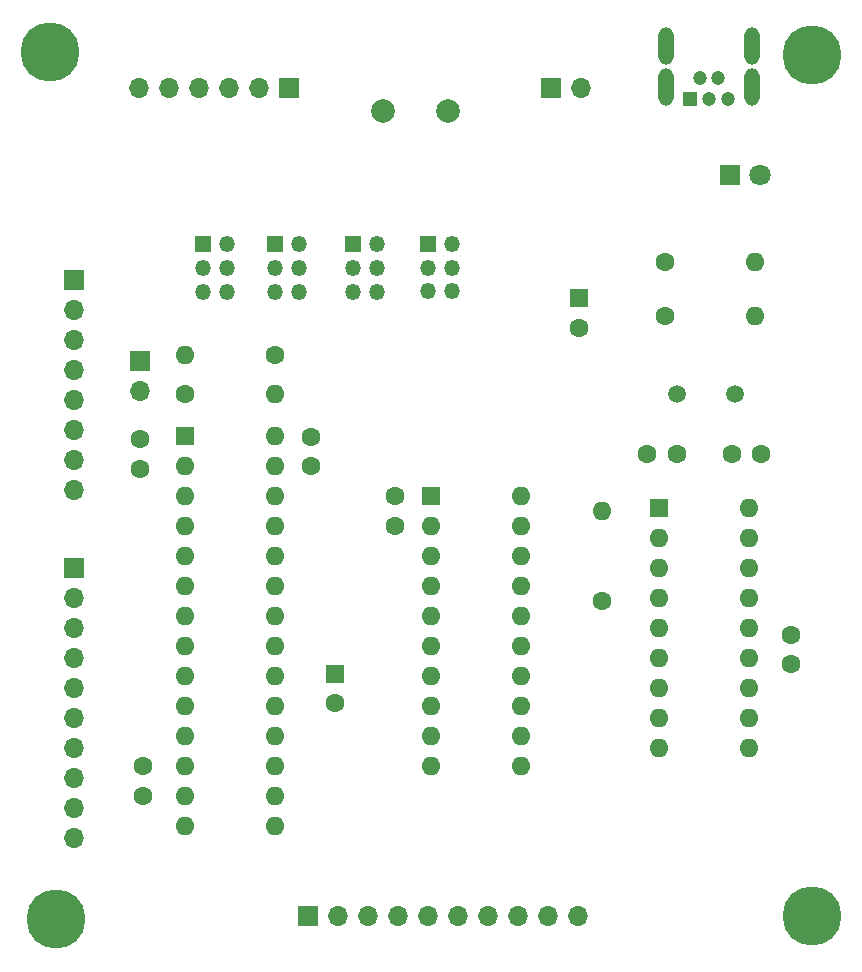
<source format=gbr>
%TF.GenerationSoftware,KiCad,Pcbnew,8.0.2*%
%TF.CreationDate,2024-05-01T23:32:11+01:00*%
%TF.ProjectId,PIC_QuickDevBoard,5049435f-5175-4696-936b-446576426f61,2.2*%
%TF.SameCoordinates,Original*%
%TF.FileFunction,Soldermask,Bot*%
%TF.FilePolarity,Negative*%
%FSLAX46Y46*%
G04 Gerber Fmt 4.6, Leading zero omitted, Abs format (unit mm)*
G04 Created by KiCad (PCBNEW 8.0.2) date 2024-05-01 23:32:11*
%MOMM*%
%LPD*%
G01*
G04 APERTURE LIST*
%ADD10C,2.000000*%
%ADD11R,1.350000X1.350000*%
%ADD12O,1.350000X1.350000*%
%ADD13C,1.600000*%
%ADD14O,1.600000X1.600000*%
%ADD15R,1.600000X1.600000*%
%ADD16C,5.000000*%
%ADD17R,1.700000X1.700000*%
%ADD18O,1.700000X1.700000*%
%ADD19R,1.800000X1.800000*%
%ADD20C,1.800000*%
%ADD21C,1.200000*%
%ADD22R,1.200000X1.200000*%
%ADD23O,1.300000X3.200000*%
%ADD24C,1.500000*%
G04 APERTURE END LIST*
D10*
%TO.C,SW1*%
X94250000Y-41000000D03*
X99750000Y-41000000D03*
%TD*%
D11*
%TO.C,J7*%
X79026000Y-52324000D03*
D12*
X81026000Y-52324000D03*
X79026000Y-54324000D03*
X81026000Y-54324000D03*
X79026000Y-56324000D03*
X81026000Y-56324000D03*
%TD*%
D13*
%TO.C,R4*%
X118110000Y-58420000D03*
D14*
X125730000Y-58420000D03*
%TD*%
D11*
%TO.C,J10*%
X98050000Y-52300000D03*
D12*
X100050000Y-52300000D03*
X98050000Y-54300000D03*
X100050000Y-54300000D03*
X98050000Y-56300000D03*
X100050000Y-56300000D03*
%TD*%
D15*
%TO.C,U1*%
X77470000Y-68580000D03*
D14*
X77470000Y-71120000D03*
X77470000Y-73660000D03*
X77470000Y-76200000D03*
X77470000Y-78740000D03*
X77470000Y-81280000D03*
X77470000Y-83820000D03*
X77470000Y-86360000D03*
X77470000Y-88900000D03*
X77470000Y-91440000D03*
X77470000Y-93980000D03*
X77470000Y-96520000D03*
X77470000Y-99060000D03*
X77470000Y-101600000D03*
X85090000Y-101600000D03*
X85090000Y-99060000D03*
X85090000Y-96520000D03*
X85090000Y-93980000D03*
X85090000Y-91440000D03*
X85090000Y-88900000D03*
X85090000Y-86360000D03*
X85090000Y-83820000D03*
X85090000Y-81280000D03*
X85090000Y-78740000D03*
X85090000Y-76200000D03*
X85090000Y-73660000D03*
X85090000Y-71120000D03*
X85090000Y-68580000D03*
%TD*%
D13*
%TO.C,C8*%
X95250000Y-73660000D03*
X95250000Y-76160000D03*
%TD*%
D16*
%TO.C,H4*%
X130556000Y-109220000D03*
%TD*%
D13*
%TO.C,C1*%
X73660000Y-68834000D03*
X73660000Y-71334000D03*
%TD*%
D17*
%TO.C,J4*%
X108458000Y-39116000D03*
D18*
X110998000Y-39116000D03*
%TD*%
D15*
%TO.C,U4*%
X98298000Y-73660000D03*
D14*
X98298000Y-76200000D03*
X98298000Y-78740000D03*
X98298000Y-81280000D03*
X98298000Y-83820000D03*
X98298000Y-86360000D03*
X98298000Y-88900000D03*
X98298000Y-91440000D03*
X98298000Y-93980000D03*
X98298000Y-96520000D03*
X105918000Y-96520000D03*
X105918000Y-93980000D03*
X105918000Y-91440000D03*
X105918000Y-88900000D03*
X105918000Y-86360000D03*
X105918000Y-83820000D03*
X105918000Y-81280000D03*
X105918000Y-78740000D03*
X105918000Y-76200000D03*
X105918000Y-73660000D03*
%TD*%
D13*
%TO.C,C6*%
X123738000Y-70104000D03*
X126238000Y-70104000D03*
%TD*%
%TO.C,C2*%
X88138000Y-68620000D03*
X88138000Y-71120000D03*
%TD*%
D11*
%TO.C,J9*%
X91694000Y-52324000D03*
D12*
X93694000Y-52324000D03*
X91694000Y-54324000D03*
X93694000Y-54324000D03*
X91694000Y-56324000D03*
X93694000Y-56324000D03*
%TD*%
D13*
%TO.C,C9*%
X128778000Y-85384000D03*
X128778000Y-87884000D03*
%TD*%
%TO.C,R1*%
X77470000Y-65024000D03*
D14*
X85090000Y-65024000D03*
%TD*%
D15*
%TO.C,C4*%
X90170000Y-88687144D03*
D13*
X90170000Y-91187144D03*
%TD*%
%TO.C,R2*%
X85090000Y-61722000D03*
D14*
X77470000Y-61722000D03*
%TD*%
D13*
%TO.C,C5*%
X116586000Y-70104000D03*
X119086000Y-70104000D03*
%TD*%
D19*
%TO.C,D1*%
X123566000Y-46482000D03*
D20*
X126106000Y-46482000D03*
%TD*%
D17*
%TO.C,J2*%
X68072000Y-79756000D03*
D18*
X68072000Y-82296000D03*
X68072000Y-84836000D03*
X68072000Y-87376000D03*
X68072000Y-89916000D03*
X68072000Y-92456000D03*
X68072000Y-94996000D03*
X68072000Y-97536000D03*
X68072000Y-100076000D03*
X68072000Y-102616000D03*
%TD*%
D17*
%TO.C,J5*%
X86250000Y-39100000D03*
D18*
X83710000Y-39100000D03*
X81170000Y-39100000D03*
X78630000Y-39100000D03*
X76090000Y-39100000D03*
X73550000Y-39100000D03*
%TD*%
D17*
%TO.C,J1*%
X68072000Y-55372000D03*
D18*
X68072000Y-57912000D03*
X68072000Y-60452000D03*
X68072000Y-62992000D03*
X68072000Y-65532000D03*
X68072000Y-68072000D03*
X68072000Y-70612000D03*
X68072000Y-73152000D03*
%TD*%
D16*
%TO.C,H3*%
X66548000Y-109474000D03*
%TD*%
%TO.C,H1*%
X66040000Y-36068000D03*
%TD*%
D17*
%TO.C,J3*%
X87884000Y-109220000D03*
D18*
X90424000Y-109220000D03*
X92964000Y-109220000D03*
X95504000Y-109220000D03*
X98044000Y-109220000D03*
X100584000Y-109220000D03*
X103124000Y-109220000D03*
X105664000Y-109220000D03*
X108204000Y-109220000D03*
X110744000Y-109220000D03*
%TD*%
D17*
%TO.C,JP1*%
X73660000Y-62230000D03*
D18*
X73660000Y-64770000D03*
%TD*%
D11*
%TO.C,J8*%
X85122000Y-52324000D03*
D12*
X87122000Y-52324000D03*
X85122000Y-54324000D03*
X87122000Y-54324000D03*
X85122000Y-56324000D03*
X87122000Y-56324000D03*
%TD*%
D21*
%TO.C,J6*%
X123426000Y-40012000D03*
X122626000Y-38262000D03*
X121826000Y-40012000D03*
X121026000Y-38262000D03*
D22*
X120226000Y-40012000D03*
D23*
X118226000Y-35512000D03*
X118226000Y-39012000D03*
X125476000Y-35512000D03*
X125476000Y-39012000D03*
%TD*%
D15*
%TO.C,U2*%
X117602000Y-74676000D03*
D14*
X117602000Y-77216000D03*
X117602000Y-79756000D03*
X117602000Y-82296000D03*
X117602000Y-84836000D03*
X117602000Y-87376000D03*
X117602000Y-89916000D03*
X117602000Y-92456000D03*
X117602000Y-94996000D03*
X125222000Y-94996000D03*
X125222000Y-92456000D03*
X125222000Y-89916000D03*
X125222000Y-87376000D03*
X125222000Y-84836000D03*
X125222000Y-82296000D03*
X125222000Y-79756000D03*
X125222000Y-77216000D03*
X125222000Y-74676000D03*
%TD*%
D13*
%TO.C,C3*%
X73914000Y-99020000D03*
X73914000Y-96520000D03*
%TD*%
D15*
%TO.C,C7*%
X110850000Y-56900000D03*
D13*
X110850000Y-59400000D03*
%TD*%
D16*
%TO.C,H2*%
X130556000Y-36322000D03*
%TD*%
D13*
%TO.C,R5*%
X118110000Y-53848000D03*
D14*
X125730000Y-53848000D03*
%TD*%
D24*
%TO.C,Y1*%
X124006000Y-65024000D03*
X119126000Y-65024000D03*
%TD*%
D13*
%TO.C,R3*%
X112750000Y-82500000D03*
D14*
X112750000Y-74880000D03*
%TD*%
M02*

</source>
